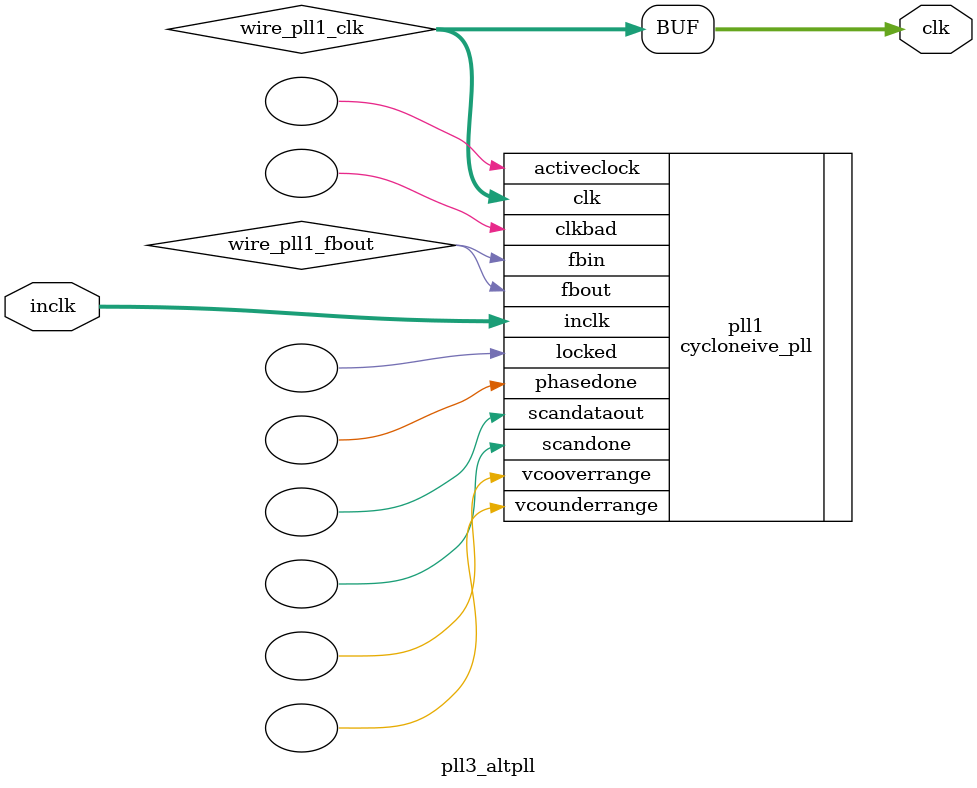
<source format=v>






//synthesis_resources = cycloneive_pll 1 
//synopsys translate_off
`timescale 1 ps / 1 ps
//synopsys translate_on
module  pll3_altpll
	( 
	clk,
	inclk) /* synthesis synthesis_clearbox=1 */;
	output   [4:0]  clk;
	input   [1:0]  inclk;
`ifndef ALTERA_RESERVED_QIS
// synopsys translate_off
`endif
	tri0   [1:0]  inclk;
`ifndef ALTERA_RESERVED_QIS
// synopsys translate_on
`endif

	wire  [4:0]   wire_pll1_clk;
	wire  wire_pll1_fbout;

	cycloneive_pll   pll1
	( 
	.activeclock(),
	.clk(wire_pll1_clk),
	.clkbad(),
	.fbin(wire_pll1_fbout),
	.fbout(wire_pll1_fbout),
	.inclk(inclk),
	.locked(),
	.phasedone(),
	.scandataout(),
	.scandone(),
	.vcooverrange(),
	.vcounderrange()
	`ifndef FORMAL_VERIFICATION
	// synopsys translate_off
	`endif
	,
	.areset(1'b0),
	.clkswitch(1'b0),
	.configupdate(1'b0),
	.pfdena(1'b1),
	.phasecounterselect({3{1'b0}}),
	.phasestep(1'b0),
	.phaseupdown(1'b0),
	.scanclk(1'b0),
	.scanclkena(1'b1),
	.scandata(1'b0)
	`ifndef FORMAL_VERIFICATION
	// synopsys translate_on
	`endif
	);
	defparam
		pll1.bandwidth_type = "auto",
		pll1.clk0_divide_by = 5000,
		pll1.clk0_duty_cycle = 50,
		pll1.clk0_multiply_by = 1,
		pll1.clk0_phase_shift = "0",
		pll1.compensate_clock = "clk0",
		pll1.inclk0_input_frequency = 20000,
		pll1.operation_mode = "normal",
		pll1.pll_type = "auto",
		pll1.lpm_type = "cycloneive_pll";
	assign
		clk = {wire_pll1_clk[4:0]};
endmodule //pll3_altpll
//VALID FILE

</source>
